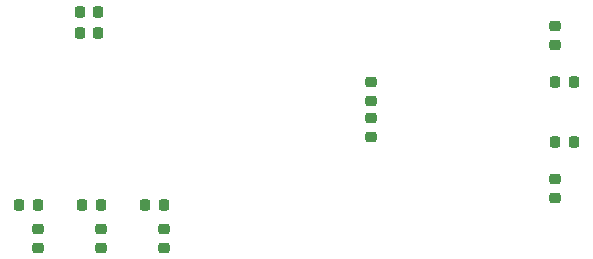
<source format=gbr>
%TF.GenerationSoftware,KiCad,Pcbnew,8.0.1-rc1*%
%TF.CreationDate,2024-07-22T16:01:23-05:00*%
%TF.ProjectId,Waveform_Blinky,57617665-666f-4726-9d5f-426c696e6b79,1.0*%
%TF.SameCoordinates,Original*%
%TF.FileFunction,Paste,Top*%
%TF.FilePolarity,Positive*%
%FSLAX46Y46*%
G04 Gerber Fmt 4.6, Leading zero omitted, Abs format (unit mm)*
G04 Created by KiCad (PCBNEW 8.0.1-rc1) date 2024-07-22 16:01:23*
%MOMM*%
%LPD*%
G01*
G04 APERTURE LIST*
G04 Aperture macros list*
%AMRoundRect*
0 Rectangle with rounded corners*
0 $1 Rounding radius*
0 $2 $3 $4 $5 $6 $7 $8 $9 X,Y pos of 4 corners*
0 Add a 4 corners polygon primitive as box body*
4,1,4,$2,$3,$4,$5,$6,$7,$8,$9,$2,$3,0*
0 Add four circle primitives for the rounded corners*
1,1,$1+$1,$2,$3*
1,1,$1+$1,$4,$5*
1,1,$1+$1,$6,$7*
1,1,$1+$1,$8,$9*
0 Add four rect primitives between the rounded corners*
20,1,$1+$1,$2,$3,$4,$5,0*
20,1,$1+$1,$4,$5,$6,$7,0*
20,1,$1+$1,$6,$7,$8,$9,0*
20,1,$1+$1,$8,$9,$2,$3,0*%
G04 Aperture macros list end*
%ADD10RoundRect,0.218750X0.256250X-0.218750X0.256250X0.218750X-0.256250X0.218750X-0.256250X-0.218750X0*%
%ADD11RoundRect,0.218750X-0.218750X-0.256250X0.218750X-0.256250X0.218750X0.256250X-0.218750X0.256250X0*%
%ADD12RoundRect,0.218750X-0.256250X0.218750X-0.256250X-0.218750X0.256250X-0.218750X0.256250X0.218750X0*%
%ADD13RoundRect,0.218750X0.218750X0.256250X-0.218750X0.256250X-0.218750X-0.256250X0.218750X-0.256250X0*%
G04 APERTURE END LIST*
D10*
%TO.C,R7*%
X143510000Y-101168250D03*
X143510000Y-99593250D03*
%TD*%
D11*
%TO.C,R8*%
X159105500Y-101600000D03*
X160680500Y-101600000D03*
%TD*%
%TO.C,R1*%
X113741000Y-106934000D03*
X115316000Y-106934000D03*
%TD*%
D12*
%TO.C,C2*%
X120650000Y-108966000D03*
X120650000Y-110541000D03*
%TD*%
D11*
%TO.C,R9*%
X159105500Y-96520000D03*
X160680500Y-96520000D03*
%TD*%
D12*
%TO.C,C3*%
X125984000Y-108966000D03*
X125984000Y-110541000D03*
%TD*%
%TO.C,C1*%
X115316000Y-108966000D03*
X115316000Y-110541000D03*
%TD*%
D10*
%TO.C,R11*%
X159131000Y-93370500D03*
X159131000Y-91795500D03*
%TD*%
D11*
%TO.C,R4*%
X118872000Y-90551000D03*
X120447000Y-90551000D03*
%TD*%
D12*
%TO.C,R10*%
X159131000Y-104749500D03*
X159131000Y-106324500D03*
%TD*%
D13*
%TO.C,R5*%
X120447000Y-92329000D03*
X118872000Y-92329000D03*
%TD*%
D10*
%TO.C,R6*%
X143510000Y-98120250D03*
X143510000Y-96545250D03*
%TD*%
D11*
%TO.C,R3*%
X124409000Y-106934000D03*
X125984000Y-106934000D03*
%TD*%
%TO.C,R2*%
X119075000Y-106934000D03*
X120650000Y-106934000D03*
%TD*%
M02*

</source>
